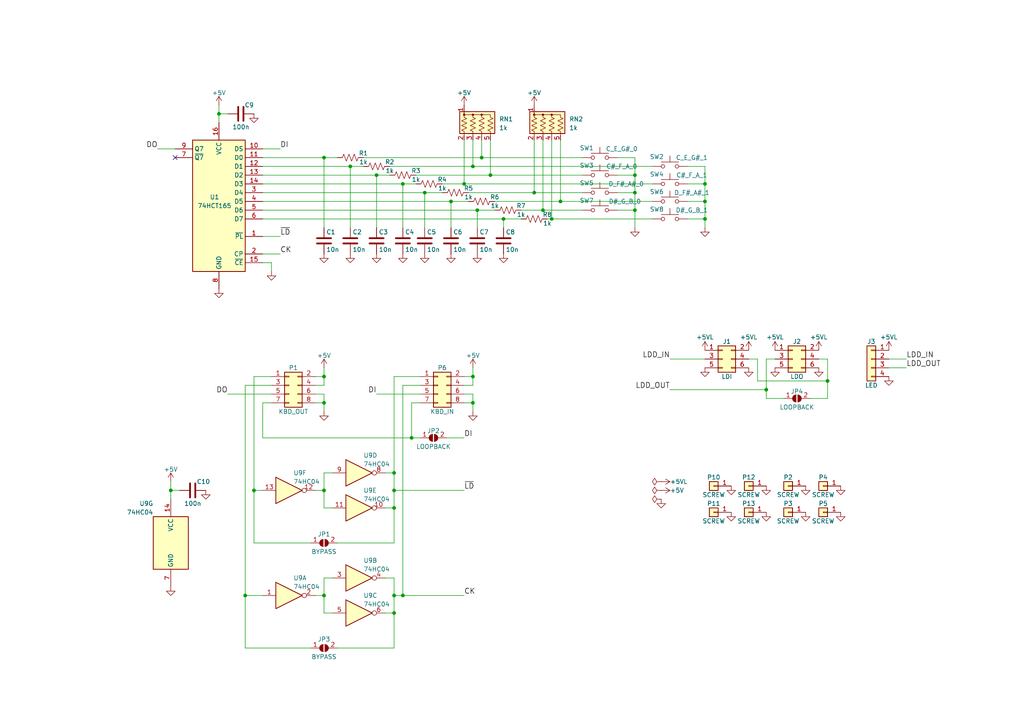
<source format=kicad_sch>
(kicad_sch (version 20211123) (generator eeschema)
  (paper "A4")
  (lib_symbols
    (symbol "74xx:74HC04"
      (property "Reference" "U" (at 0 1.27 0))
      (property "Value" "74HC04" (at 0 -1.27 0))
      (symbol "74HC04_1_0"
        (polyline (pts (xy -3.81 3.81) (xy -3.81 -3.81) (xy 3.81 0) (xy -3.81 3.81)) (stroke (width 0.254)) (fill (type background)))
        (pin input line (at -7.62 0 0) (length 3.81) (name "~") (number "1"))
        (pin output inverted (at 7.62 0 180) (length 3.81) (name "~") (number "2"))
      )
      (symbol "74HC04_2_0"
        (polyline (pts (xy -3.81 3.81) (xy -3.81 -3.81) (xy 3.81 0) (xy -3.81 3.81)) (stroke (width 0.254)) (fill (type background)))
        (pin input line (at -7.62 0 0) (length 3.81) (name "~") (number "3"))
        (pin output inverted (at 7.62 0 180) (length 3.81) (name "~") (number "4"))
      )
      (symbol "74HC04_3_0"
        (polyline (pts (xy -3.81 3.81) (xy -3.81 -3.81) (xy 3.81 0) (xy -3.81 3.81)) (stroke (width 0.254)) (fill (type background)))
        (pin input line (at -7.62 0 0) (length 3.81) (name "~") (number "5"))
        (pin output inverted (at 7.62 0 180) (length 3.81) (name "~") (number "6"))
      )
      (symbol "74HC04_4_0"
        (polyline (pts (xy -3.81 3.81) (xy -3.81 -3.81) (xy 3.81 0) (xy -3.81 3.81)) (stroke (width 0.254)) (fill (type background)))
        (pin output inverted (at 7.62 0 180) (length 3.81) (name "~") (number "8"))
        (pin input line (at -7.62 0 0) (length 3.81) (name "~") (number "9"))
      )
      (symbol "74HC04_5_0"
        (polyline (pts (xy -3.81 3.81) (xy -3.81 -3.81) (xy 3.81 0) (xy -3.81 3.81)) (stroke (width 0.254)) (fill (type background)))
        (pin output inverted (at 7.62 0 180) (length 3.81) (name "~") (number "10"))
        (pin input line (at -7.62 0 0) (length 3.81) (name "~") (number "11"))
      )
      (symbol "74HC04_6_0"
        (polyline (pts (xy -3.81 3.81) (xy -3.81 -3.81) (xy 3.81 0) (xy -3.81 3.81)) (stroke (width 0.254)) (fill (type background)))
        (pin output inverted (at 7.62 0 180) (length 3.81) (name "~") (number "12"))
        (pin input line (at -7.62 0 0) (length 3.81) (name "~") (number "13"))
      )
      (symbol "74HC04_7_0"
        (pin power_in line (at 0 12.7 270) (length 5.08) (name "VCC") (number "14"))
        (pin power_in line (at 0 -12.7 90) (length 5.08) (name "GND") (number "7"))
      )
      (symbol "74HC04_7_1"
        (rectangle (start -5.08 7.62) (end 5.08 -7.62) (stroke (width 0.254)) (fill (type background)))
      )
    )
    (symbol "74xx:74HC165"
      (property "Reference" "U" (at -7.62 19.05 0))
      (property "Value" "74HC165" (at -7.62 -21.59 0))
      (symbol "74HC165_1_0"
        (pin input line (at -12.7 -10.16 0) (length 5.08) (name "~{PL}") (number "1"))
        (pin input line (at -12.7 15.24 0) (length 5.08) (name "DS") (number "10"))
        (pin input line (at -12.7 12.7 0) (length 5.08) (name "D0") (number "11"))
        (pin input line (at -12.7 10.16 0) (length 5.08) (name "D1") (number "12"))
        (pin input line (at -12.7 7.62 0) (length 5.08) (name "D2") (number "13"))
        (pin input line (at -12.7 5.08 0) (length 5.08) (name "D3") (number "14"))
        (pin input line (at -12.7 -17.78 0) (length 5.08) (name "~{CE}") (number "15"))
        (pin power_in line (at 0 22.86 270) (length 5.08) (name "VCC") (number "16"))
        (pin input line (at -12.7 -15.24 0) (length 5.08) (name "CP") (number "2"))
        (pin input line (at -12.7 2.54 0) (length 5.08) (name "D4") (number "3"))
        (pin input line (at -12.7 0 0) (length 5.08) (name "D5") (number "4"))
        (pin input line (at -12.7 -2.54 0) (length 5.08) (name "D6") (number "5"))
        (pin input line (at -12.7 -5.08 0) (length 5.08) (name "D7") (number "6"))
        (pin output line (at 12.7 12.7 180) (length 5.08) (name "~{Q7}") (number "7"))
        (pin power_in line (at 0 -25.4 90) (length 5.08) (name "GND") (number "8"))
        (pin output line (at 12.7 15.24 180) (length 5.08) (name "Q7") (number "9"))
      )
      (symbol "74HC165_1_1"
        (rectangle (start -7.62 17.78) (end 7.62 -20.32) (stroke (width 0.254)) (fill (type background)))
      )
    )
    (symbol "Connector_Generic:Conn_01x01" (pin_names (offset 1.016) hide)
      (property "Reference" "J" (at 0 2.54 0))
      (property "Value" "Conn_01x01" (at 0 -2.54 0))
      (symbol "Conn_01x01_1_1"
        (rectangle (start -1.27 0.127) (end 0 -0.127) (stroke (width 0.1524)))
        (rectangle (start -1.27 1.27) (end 1.27 -1.27) (stroke (width 0.254)) (fill (type background)))
        (pin passive line (at -5.08 0 0) (length 3.81) (name "Pin_1") (number "1"))
      )
    )
    (symbol "Connector_Generic:Conn_01x04" (pin_names (offset 1.016) hide)
      (property "Reference" "J" (at 0 5.08 0))
      (property "Value" "Conn_01x04" (at 0 -7.62 0))
      (symbol "Conn_01x04_1_1"
        (rectangle (start -1.27 -4.953) (end 0 -5.207) (stroke (width 0.1524)))
        (rectangle (start -1.27 -2.413) (end 0 -2.667) (stroke (width 0.1524)))
        (rectangle (start -1.27 0.127) (end 0 -0.127) (stroke (width 0.1524)))
        (rectangle (start -1.27 2.667) (end 0 2.413) (stroke (width 0.1524)))
        (rectangle (start -1.27 3.81) (end 1.27 -6.35) (stroke (width 0.254)) (fill (type background)))
        (pin passive line (at -5.08 2.54 0) (length 3.81) (name "Pin_1") (number "1"))
        (pin passive line (at -5.08 0 0) (length 3.81) (name "Pin_2") (number "2"))
        (pin passive line (at -5.08 -2.54 0) (length 3.81) (name "Pin_3") (number "3"))
        (pin passive line (at -5.08 -5.08 0) (length 3.81) (name "Pin_4") (number "4"))
      )
    )
    (symbol "Connector_Generic:Conn_02x03_Odd_Even" (pin_names (offset 1.016) hide)
      (property "Reference" "J" (at 1.27 5.08 0))
      (property "Value" "Conn_02x03_Odd_Even" (at 1.27 -5.08 0))
      (symbol "Conn_02x03_Odd_Even_1_1"
        (rectangle (start -1.27 -2.413) (end 0 -2.667) (stroke (width 0.1524)))
        (rectangle (start -1.27 0.127) (end 0 -0.127) (stroke (width 0.1524)))
        (rectangle (start -1.27 2.667) (end 0 2.413) (stroke (width 0.1524)))
        (rectangle (start -1.27 3.81) (end 3.81 -3.81) (stroke (width 0.254)) (fill (type background)))
        (rectangle (start 3.81 -2.413) (end 2.54 -2.667) (stroke (width 0.1524)))
        (rectangle (start 3.81 0.127) (end 2.54 -0.127) (stroke (width 0.1524)))
        (rectangle (start 3.81 2.667) (end 2.54 2.413) (stroke (width 0.1524)))
        (pin passive line (at -5.08 2.54 0) (length 3.81) (name "Pin_1") (number "1"))
        (pin passive line (at 7.62 2.54 180) (length 3.81) (name "Pin_2") (number "2"))
        (pin passive line (at -5.08 0 0) (length 3.81) (name "Pin_3") (number "3"))
        (pin passive line (at 7.62 0 180) (length 3.81) (name "Pin_4") (number "4"))
        (pin passive line (at -5.08 -2.54 0) (length 3.81) (name "Pin_5") (number "5"))
        (pin passive line (at 7.62 -2.54 180) (length 3.81) (name "Pin_6") (number "6"))
      )
    )
    (symbol "Connector_Generic:Conn_02x04_Odd_Even" (pin_names (offset 1.016) hide)
      (property "Reference" "J" (at 1.27 5.08 0))
      (property "Value" "Conn_02x04_Odd_Even" (at 1.27 -7.62 0))
      (symbol "Conn_02x04_Odd_Even_1_1"
        (rectangle (start -1.27 -4.953) (end 0 -5.207) (stroke (width 0.1524)))
        (rectangle (start -1.27 -2.413) (end 0 -2.667) (stroke (width 0.1524)))
        (rectangle (start -1.27 0.127) (end 0 -0.127) (stroke (width 0.1524)))
        (rectangle (start -1.27 2.667) (end 0 2.413) (stroke (width 0.1524)))
        (rectangle (start -1.27 3.81) (end 3.81 -6.35) (stroke (width 0.254)) (fill (type background)))
        (rectangle (start 3.81 -4.953) (end 2.54 -5.207) (stroke (width 0.1524)))
        (rectangle (start 3.81 -2.413) (end 2.54 -2.667) (stroke (width 0.1524)))
        (rectangle (start 3.81 0.127) (end 2.54 -0.127) (stroke (width 0.1524)))
        (rectangle (start 3.81 2.667) (end 2.54 2.413) (stroke (width 0.1524)))
        (pin passive line (at -5.08 2.54 0) (length 3.81) (name "Pin_1") (number "1"))
        (pin passive line (at 7.62 2.54 180) (length 3.81) (name "Pin_2") (number "2"))
        (pin passive line (at -5.08 0 0) (length 3.81) (name "Pin_3") (number "3"))
        (pin passive line (at 7.62 0 180) (length 3.81) (name "Pin_4") (number "4"))
        (pin passive line (at -5.08 -2.54 0) (length 3.81) (name "Pin_5") (number "5"))
        (pin passive line (at 7.62 -2.54 180) (length 3.81) (name "Pin_6") (number "6"))
        (pin passive line (at -5.08 -5.08 0) (length 3.81) (name "Pin_7") (number "7"))
        (pin passive line (at 7.62 -5.08 180) (length 3.81) (name "Pin_8") (number "8"))
      )
    )
    (symbol "Device:C" (pin_numbers hide) (pin_names (offset 0.254))
      (property "Reference" "C" (at 0.635 2.54 0))
      (property "Value" "C" (at 0.635 -2.54 0))
      (symbol "C_0_1"
        (polyline (pts (xy -2.032 -0.762) (xy 2.032 -0.762)) (stroke (width 0.508)))
        (polyline (pts (xy -2.032 0.762) (xy 2.032 0.762)) (stroke (width 0.508)))
      )
      (symbol "C_1_1"
        (pin passive line (at 0 3.81 270) (length 2.794) (name "~") (number "1"))
        (pin passive line (at 0 -3.81 90) (length 2.794) (name "~") (number "2"))
      )
    )
    (symbol "Device:R_Network04_US" (pin_names (offset 0) hide)
      (property "Reference" "RN" (at -7.62 0 90))
      (property "Value" "R_Network04_US" (at 5.08 0 90))
      (symbol "R_Network04_US_0_1"
        (rectangle (start -6.35 -3.175) (end 3.81 3.175) (stroke (width 0.254)) (fill (type background)))
        (circle (center -5.08 2.286) (radius 0.254) (fill (type outline)))
        (circle (center -2.54 2.286) (radius 0.254) (fill (type outline)))
        (polyline (pts (xy -5.08 2.286) (xy 2.54 2.286)))
        (polyline (pts (xy -5.08 2.286) (xy -5.08 1.524) (xy -4.318 1.1684) (xy -5.842 0.508) (xy -4.318 -0.1524) (xy -5.842 -0.8382) (xy -4.318 -1.524) (xy -5.842 -2.1844) (xy -5.08 -2.54) (xy -5.08 -3.81)))
        (polyline (pts (xy -2.54 2.286) (xy -2.54 1.524) (xy -1.778 1.1684) (xy -3.302 0.508) (xy -1.778 -0.1524) (xy -3.302 -0.8382) (xy -1.778 -1.524) (xy -3.302 -2.1844) (xy -2.54 -2.54) (xy -2.54 -3.81)))
        (polyline (pts (xy 0 2.286) (xy 0 1.524) (xy 0.762 1.1684) (xy -0.762 0.508) (xy 0.762 -0.1524) (xy -0.762 -0.8382) (xy 0.762 -1.524) (xy -0.762 -2.1844) (xy 0 -2.54) (xy 0 -3.81)))
        (polyline (pts (xy 2.54 2.286) (xy 2.54 1.524) (xy 3.302 1.1684) (xy 1.778 0.508) (xy 3.302 -0.1524) (xy 1.778 -0.8382) (xy 3.302 -1.524) (xy 1.778 -2.1844) (xy 2.54 -2.54) (xy 2.54 -3.81)))
        (circle (center 0 2.286) (radius 0.254) (fill (type outline)))
      )
      (symbol "R_Network04_US_1_1"
        (pin passive line (at -5.08 5.08 270) (length 2.54) (name "common") (number "1"))
        (pin passive line (at -5.08 -5.08 90) (length 1.27) (name "R1") (number "2"))
        (pin passive line (at -2.54 -5.08 90) (length 1.27) (name "R2") (number "3"))
        (pin passive line (at 0 -5.08 90) (length 1.27) (name "R3") (number "4"))
        (pin passive line (at 2.54 -5.08 90) (length 1.27) (name "R4") (number "5"))
      )
    )
    (symbol "Device:R_US" (pin_numbers hide) (pin_names (offset 0))
      (property "Reference" "R" (at 2.54 0 90))
      (property "Value" "R_US" (at -2.54 0 90))
      (symbol "R_US_0_1"
        (polyline (pts (xy 0 -2.286) (xy 0 -2.54)))
        (polyline (pts (xy 0 2.286) (xy 0 2.54)))
        (polyline (pts (xy 0 -0.762) (xy 1.016 -1.143) (xy 0 -1.524) (xy -1.016 -1.905) (xy 0 -2.286)))
        (polyline (pts (xy 0 0.762) (xy 1.016 0.381) (xy 0 0) (xy -1.016 -0.381) (xy 0 -0.762)))
        (polyline (pts (xy 0 2.286) (xy 1.016 1.905) (xy 0 1.524) (xy -1.016 1.143) (xy 0 0.762)))
      )
      (symbol "R_US_1_1"
        (pin passive line (at 0 3.81 270) (length 1.27) (name "~") (number "1"))
        (pin passive line (at 0 -3.81 90) (length 1.27) (name "~") (number "2"))
      )
    )
    (symbol "Jumper:SolderJumper_2_Open" (pin_names (offset 0) hide)
      (property "Reference" "JP" (at 0 2.032 0))
      (property "Value" "SolderJumper_2_Open" (at 0 -2.54 0))
      (symbol "SolderJumper_2_Open_0_1"
        (arc (start -0.254 1.016) (mid -1.27 0) (end -0.254 -1.016))
        (arc (start -0.254 1.016) (mid -1.27 0) (end -0.254 -1.016) (fill (type outline)))
        (polyline (pts (xy -0.254 1.016) (xy -0.254 -1.016)))
        (polyline (pts (xy 0.254 1.016) (xy 0.254 -1.016)))
        (arc (start 0.254 -1.016) (mid 1.27 0) (end 0.254 1.016))
        (arc (start 0.254 -1.016) (mid 1.27 0) (end 0.254 1.016) (fill (type outline)))
      )
      (symbol "SolderJumper_2_Open_1_1"
        (pin passive line (at -3.81 0 0) (length 2.54) (name "A") (number "1"))
        (pin passive line (at 3.81 0 180) (length 2.54) (name "B") (number "2"))
      )
    )
    (symbol "Switch:SW_Push" (pin_numbers hide) (pin_names (offset 1.016) hide)
      (property "Reference" "SW" (at 1.27 2.54 0))
      (property "Value" "SW_Push" (at 0 -1.524 0))
      (symbol "SW_Push_0_1"
        (circle (center -2.032 0) (radius 0.508))
        (polyline (pts (xy 0 1.27) (xy 0 3.048)))
        (polyline (pts (xy 2.54 1.27) (xy -2.54 1.27)))
        (circle (center 2.032 0) (radius 0.508))
        (pin passive line (at -5.08 0 0) (length 2.54) (name "1") (number "1"))
        (pin passive line (at 5.08 0 180) (length 2.54) (name "2") (number "2"))
      )
    )
    (symbol "power:+5V" (power) (pin_names (offset 0))
      (property "Value" "+5V" (at 0 3.556 0))
      (symbol "+5V_0_1"
        (polyline (pts (xy -0.762 1.27) (xy 0 2.54)))
        (polyline (pts (xy 0 0) (xy 0 2.54)))
        (polyline (pts (xy 0 2.54) (xy 0.762 1.27)))
      )
      (symbol "+5V_1_1"
        (pin power_in line (at 0 0 90) (length 0) hide (name "+5V") (number "1"))
      )
    )
    (symbol "power:+5VL" (power) (pin_names (offset 0))
      (property "Value" "+5VL" (at 0 3.556 0))
      (symbol "+5VL_0_1"
        (polyline (pts (xy -0.762 1.27) (xy 0 2.54)))
        (polyline (pts (xy 0 0) (xy 0 2.54)))
        (polyline (pts (xy 0 2.54) (xy 0.762 1.27)))
      )
      (symbol "+5VL_1_1"
        (pin power_in line (at 0 0 90) (length 0) hide (name "+5VL") (number "1"))
      )
    )
    (symbol "power:GND" (power) (pin_names (offset 0))
      (property "Value" "GND" (at 0 -3.81 0))
      (symbol "GND_0_1"
        (polyline (pts (xy 0 0) (xy 0 -1.27) (xy 1.27 -1.27) (xy 0 -2.54) (xy -1.27 -1.27) (xy 0 -1.27)))
      )
      (symbol "GND_1_1"
        (pin power_in line (at 0 0 270) (length 0) hide (name "GND") (number "1"))
      )
    )
    (symbol "power:PWR_FLAG" (power) (pin_numbers hide) (pin_names (offset 0) hide)
      (property "Value" "PWR_FLAG" (at 0 3.81 0))
      (symbol "PWR_FLAG_0_0"
        (pin power_out line (at 0 0 90) (length 0) (name "pwr") (number "1"))
      )
      (symbol "PWR_FLAG_0_1"
        (polyline (pts (xy 0 0) (xy 0 1.27) (xy -1.016 1.905) (xy 0 2.54) (xy 1.016 1.905) (xy 0 1.27)))
      )
    )
  )
  (junction (at 184.15 55.88))
  (junction (at 114.3 147.32))
  (junction (at 157.48 60.96))
  (junction (at 123.19 55.88))
  (junction (at 93.98 172.72))
  (junction (at 116.84 172.72))
  (junction (at 162.56 58.42))
  (junction (at 73.66 142.24))
  (junction (at 71.12 172.72))
  (junction (at 63.5 33.02))
  (junction (at 138.43 60.96))
  (junction (at 142.24 50.8))
  (junction (at 137.16 109.22))
  (junction (at 137.16 116.84))
  (junction (at 137.16 48.26))
  (junction (at 204.47 63.5))
  (junction (at 116.84 53.34))
  (junction (at 114.3 177.8))
  (junction (at 93.98 116.84))
  (junction (at 101.6 48.26))
  (junction (at 204.47 53.34))
  (junction (at 240.03 110.49))
  (junction (at 139.7 45.72))
  (junction (at 109.22 50.8))
  (junction (at 130.81 58.42))
  (junction (at 119.38 127))
  (junction (at 93.98 109.22))
  (junction (at 204.47 58.42))
  (junction (at 160.02 63.5))
  (junction (at 93.98 142.24))
  (junction (at 184.15 60.96))
  (junction (at 93.98 45.72))
  (junction (at 134.62 53.34))
  (junction (at 49.53 142.24))
  (junction (at 146.05 63.5))
  (junction (at 184.15 50.8))
  (junction (at 222.25 113.03))
  (junction (at 114.3 137.16))
  (junction (at 114.3 172.72))
  (junction (at 114.3 142.24))
  (junction (at 154.94 55.88))
  (no_connect (at 50.8 45.72))
  (wire (pts (xy 184.15 50.8) (xy 184.15 55.88)))
  (wire (pts (xy 219.71 110.49) (xy 240.03 110.49)))
  (wire (pts (xy 114.3 172.72) (xy 114.3 177.8)))
  (wire (pts (xy 119.38 127) (xy 121.92 127)))
  (wire (pts (xy 76.2 116.84) (xy 76.2 127)))
  (wire (pts (xy 194.31 104.14) (xy 204.47 104.14)))
  (wire (pts (xy 138.43 66.04) (xy 138.43 60.96)))
  (wire (pts (xy 71.12 187.96) (xy 71.12 172.72)))
  (wire (pts (xy 135.89 55.88) (xy 154.94 55.88)))
  (wire (pts (xy 179.07 50.8) (xy 184.15 50.8)))
  (wire (pts (xy 109.22 66.04) (xy 109.22 50.8)))
  (wire (pts (xy 73.66 157.48) (xy 73.66 142.24)))
  (wire (pts (xy 76.2 53.34) (xy 116.84 53.34)))
  (wire (pts (xy 116.84 111.76) (xy 121.92 111.76)))
  (wire (pts (xy 158.75 63.5) (xy 160.02 63.5)))
  (wire (pts (xy 114.3 142.24) (xy 134.62 142.24)))
  (wire (pts (xy 78.74 116.84) (xy 76.2 116.84)))
  (wire (pts (xy 119.38 127) (xy 119.38 116.84)))
  (wire (pts (xy 162.56 40.64) (xy 162.56 58.42)))
  (wire (pts (xy 114.3 147.32) (xy 114.3 157.48)))
  (wire (pts (xy 123.19 55.88) (xy 128.27 55.88)))
  (wire (pts (xy 240.03 104.14) (xy 240.03 110.49)))
  (wire (pts (xy 139.7 45.72) (xy 168.91 45.72)))
  (wire (pts (xy 63.5 30.48) (xy 63.5 33.02)))
  (wire (pts (xy 114.3 187.96) (xy 114.3 177.8)))
  (wire (pts (xy 63.5 33.02) (xy 63.5 35.56)))
  (wire (pts (xy 91.44 109.22) (xy 93.98 109.22)))
  (wire (pts (xy 138.43 60.96) (xy 143.51 60.96)))
  (wire (pts (xy 73.66 109.22) (xy 78.74 109.22)))
  (wire (pts (xy 90.17 187.96) (xy 71.12 187.96)))
  (wire (pts (xy 76.2 127) (xy 119.38 127)))
  (wire (pts (xy 222.25 104.14) (xy 224.79 104.14)))
  (wire (pts (xy 179.07 55.88) (xy 184.15 55.88)))
  (wire (pts (xy 116.84 53.34) (xy 120.65 53.34)))
  (wire (pts (xy 162.56 58.42) (xy 189.23 58.42)))
  (wire (pts (xy 179.07 60.96) (xy 184.15 60.96)))
  (wire (pts (xy 91.44 114.3) (xy 93.98 114.3)))
  (wire (pts (xy 90.17 157.48) (xy 73.66 157.48)))
  (wire (pts (xy 157.48 40.64) (xy 157.48 60.96)))
  (wire (pts (xy 137.16 109.22) (xy 137.16 106.68)))
  (wire (pts (xy 151.13 60.96) (xy 157.48 60.96)))
  (wire (pts (xy 114.3 137.16) (xy 114.3 109.22)))
  (wire (pts (xy 93.98 142.24) (xy 93.98 137.16)))
  (wire (pts (xy 179.07 45.72) (xy 184.15 45.72)))
  (wire (pts (xy 114.3 142.24) (xy 114.3 147.32)))
  (wire (pts (xy 93.98 147.32) (xy 93.98 142.24)))
  (wire (pts (xy 76.2 60.96) (xy 138.43 60.96)))
  (wire (pts (xy 93.98 116.84) (xy 93.98 119.38)))
  (wire (pts (xy 123.19 66.04) (xy 123.19 55.88)))
  (wire (pts (xy 121.92 116.84) (xy 119.38 116.84)))
  (wire (pts (xy 93.98 177.8) (xy 96.52 177.8)))
  (wire (pts (xy 49.53 139.7) (xy 49.53 142.24)))
  (wire (pts (xy 97.79 187.96) (xy 114.3 187.96)))
  (wire (pts (xy 137.16 111.76) (xy 137.16 109.22)))
  (wire (pts (xy 116.84 172.72) (xy 116.84 111.76)))
  (wire (pts (xy 101.6 66.04) (xy 101.6 48.26)))
  (wire (pts (xy 240.03 104.14) (xy 237.49 104.14)))
  (wire (pts (xy 184.15 45.72) (xy 184.15 50.8)))
  (wire (pts (xy 73.66 109.22) (xy 73.66 142.24)))
  (wire (pts (xy 114.3 109.22) (xy 121.92 109.22)))
  (wire (pts (xy 91.44 111.76) (xy 93.98 111.76)))
  (wire (pts (xy 76.2 55.88) (xy 123.19 55.88)))
  (wire (pts (xy 78.74 111.76) (xy 71.12 111.76)))
  (wire (pts (xy 101.6 48.26) (xy 105.41 48.26)))
  (wire (pts (xy 219.71 104.14) (xy 219.71 110.49)))
  (wire (pts (xy 139.7 40.64) (xy 139.7 45.72)))
  (wire (pts (xy 63.5 33.02) (xy 66.04 33.02)))
  (wire (pts (xy 142.24 50.8) (xy 168.91 50.8)))
  (wire (pts (xy 78.74 76.2) (xy 78.74 78.74)))
  (wire (pts (xy 105.41 45.72) (xy 139.7 45.72)))
  (wire (pts (xy 204.47 58.42) (xy 204.47 63.5)))
  (wire (pts (xy 204.47 48.26) (xy 204.47 53.34)))
  (wire (pts (xy 111.76 167.64) (xy 114.3 167.64)))
  (wire (pts (xy 50.8 43.18) (xy 45.72 43.18)))
  (wire (pts (xy 199.39 53.34) (xy 204.47 53.34)))
  (wire (pts (xy 114.3 167.64) (xy 114.3 172.72)))
  (wire (pts (xy 137.16 114.3) (xy 137.16 116.84)))
  (wire (pts (xy 78.74 114.3) (xy 66.04 114.3)))
  (wire (pts (xy 234.95 115.57) (xy 240.03 115.57)))
  (wire (pts (xy 134.62 114.3) (xy 137.16 114.3)))
  (wire (pts (xy 91.44 172.72) (xy 93.98 172.72)))
  (wire (pts (xy 134.62 53.34) (xy 189.23 53.34)))
  (wire (pts (xy 240.03 110.49) (xy 240.03 115.57)))
  (wire (pts (xy 76.2 50.8) (xy 109.22 50.8)))
  (wire (pts (xy 114.3 157.48) (xy 97.79 157.48)))
  (wire (pts (xy 204.47 63.5) (xy 204.47 66.04)))
  (wire (pts (xy 109.22 50.8) (xy 113.03 50.8)))
  (wire (pts (xy 76.2 45.72) (xy 93.98 45.72)))
  (wire (pts (xy 93.98 147.32) (xy 96.52 147.32)))
  (wire (pts (xy 137.16 116.84) (xy 137.16 119.38)))
  (wire (pts (xy 49.53 142.24) (xy 49.53 144.78)))
  (wire (pts (xy 194.31 113.03) (xy 222.25 113.03)))
  (wire (pts (xy 71.12 172.72) (xy 71.12 111.76)))
  (wire (pts (xy 199.39 48.26) (xy 204.47 48.26)))
  (wire (pts (xy 128.27 53.34) (xy 134.62 53.34)))
  (wire (pts (xy 113.03 48.26) (xy 137.16 48.26)))
  (wire (pts (xy 91.44 116.84) (xy 93.98 116.84)))
  (wire (pts (xy 93.98 45.72) (xy 97.79 45.72)))
  (wire (pts (xy 134.62 116.84) (xy 137.16 116.84)))
  (wire (pts (xy 154.94 40.64) (xy 154.94 55.88)))
  (wire (pts (xy 222.25 113.03) (xy 222.25 104.14)))
  (wire (pts (xy 257.81 106.68) (xy 262.89 106.68)))
  (wire (pts (xy 199.39 58.42) (xy 204.47 58.42)))
  (wire (pts (xy 129.54 127) (xy 134.62 127)))
  (wire (pts (xy 121.92 114.3) (xy 109.22 114.3)))
  (wire (pts (xy 76.2 63.5) (xy 146.05 63.5)))
  (wire (pts (xy 137.16 40.64) (xy 137.16 48.26)))
  (wire (pts (xy 157.48 60.96) (xy 168.91 60.96)))
  (wire (pts (xy 134.62 109.22) (xy 137.16 109.22)))
  (wire (pts (xy 76.2 172.72) (xy 71.12 172.72)))
  (wire (pts (xy 93.98 109.22) (xy 93.98 106.68)))
  (wire (pts (xy 114.3 172.72) (xy 116.84 172.72)))
  (wire (pts (xy 204.47 53.34) (xy 204.47 58.42)))
  (wire (pts (xy 93.98 66.04) (xy 93.98 45.72)))
  (wire (pts (xy 134.62 111.76) (xy 137.16 111.76)))
  (wire (pts (xy 93.98 137.16) (xy 96.52 137.16)))
  (wire (pts (xy 116.84 172.72) (xy 134.62 172.72)))
  (wire (pts (xy 130.81 66.04) (xy 130.81 58.42)))
  (wire (pts (xy 142.24 40.64) (xy 142.24 50.8)))
  (wire (pts (xy 96.52 167.64) (xy 93.98 167.64)))
  (wire (pts (xy 184.15 60.96) (xy 184.15 66.04)))
  (wire (pts (xy 76.2 58.42) (xy 130.81 58.42)))
  (wire (pts (xy 76.2 68.58) (xy 81.28 68.58)))
  (wire (pts (xy 116.84 66.04) (xy 116.84 53.34)))
  (wire (pts (xy 146.05 63.5) (xy 151.13 63.5)))
  (wire (pts (xy 114.3 177.8) (xy 111.76 177.8)))
  (wire (pts (xy 222.25 115.57) (xy 227.33 115.57)))
  (wire (pts (xy 91.44 142.24) (xy 93.98 142.24)))
  (wire (pts (xy 222.25 113.03) (xy 222.25 115.57)))
  (wire (pts (xy 76.2 48.26) (xy 101.6 48.26)))
  (wire (pts (xy 76.2 43.18) (xy 81.28 43.18)))
  (wire (pts (xy 76.2 73.66) (xy 81.28 73.66)))
  (wire (pts (xy 184.15 55.88) (xy 184.15 60.96)))
  (wire (pts (xy 160.02 40.64) (xy 160.02 63.5)))
  (wire (pts (xy 93.98 167.64) (xy 93.98 172.72)))
  (wire (pts (xy 160.02 63.5) (xy 189.23 63.5)))
  (wire (pts (xy 199.39 63.5) (xy 204.47 63.5)))
  (wire (pts (xy 93.98 111.76) (xy 93.98 109.22)))
  (wire (pts (xy 154.94 55.88) (xy 168.91 55.88)))
  (wire (pts (xy 111.76 147.32) (xy 114.3 147.32)))
  (wire (pts (xy 114.3 137.16) (xy 114.3 142.24)))
  (wire (pts (xy 111.76 137.16) (xy 114.3 137.16)))
  (wire (pts (xy 73.66 142.24) (xy 76.2 142.24)))
  (wire (pts (xy 146.05 66.04) (xy 146.05 63.5)))
  (wire (pts (xy 120.65 50.8) (xy 142.24 50.8)))
  (wire (pts (xy 93.98 172.72) (xy 93.98 177.8)))
  (wire (pts (xy 49.53 142.24) (xy 52.07 142.24)))
  (wire (pts (xy 130.81 58.42) (xy 135.89 58.42)))
  (wire (pts (xy 76.2 76.2) (xy 78.74 76.2)))
  (wire (pts (xy 143.51 58.42) (xy 162.56 58.42)))
  (wire (pts (xy 137.16 48.26) (xy 189.23 48.26)))
  (wire (pts (xy 217.17 104.14) (xy 219.71 104.14)))
  (wire (pts (xy 257.81 104.14) (xy 262.89 104.14)))
  (wire (pts (xy 93.98 114.3) (xy 93.98 116.84)))
  (wire (pts (xy 134.62 40.64) (xy 134.62 53.34)))
  (label "LDD_IN" (at 194.31 104.14 180) (effects (font (size 1.524 1.524))))
  (label "LDD_IN" (at 262.89 104.14 0) (effects (font (size 1.524 1.524))))
  (label "LDD_OUT" (at 262.89 106.68 0) (effects (font (size 1.524 1.524))))
  (label "~{LD}" (at 81.28 68.58 0) (effects (font (size 1.524 1.524))))
  (label "DI" (at 81.28 43.18 0) (effects (font (size 1.524 1.524))))
  (label "DI" (at 109.22 114.3 180) (effects (font (size 1.524 1.524))))
  (label "DI" (at 134.62 127 0) (effects (font (size 1.524 1.524))))
  (label "LDD_OUT" (at 194.31 113.03 180) (effects (font (size 1.524 1.524))))
  (label "~{LD}" (at 134.62 142.24 0) (effects (font (size 1.524 1.524))))
  (label "DO" (at 66.04 114.3 180) (effects (font (size 1.524 1.524))))
  (label "CK" (at 134.62 172.72 0) (effects (font (size 1.524 1.524))))
  (label "CK" (at 81.28 73.66 0) (effects (font (size 1.524 1.524))))
  (label "DO" (at 45.72 43.18 180) (effects (font (size 1.524 1.524))))
  (symbol (lib_id "power:+5V") (at 93.98 106.68 0) (unit 1)
    (property "Reference" "#PWR01" (effects hide))
    (property "Value" "+5V" (at 93.98 103.124 0))
  )
  (symbol (lib_id "power:+5V") (at 137.16 106.68 0) (unit 1)
    (property "Reference" "#PWR02" (effects hide))
    (property "Value" "+5V" (at 137.16 103.124 0))
  )
  (symbol (lib_id "power:GND") (at 93.98 119.38 0) (unit 1)
    (property "Reference" "#PWR03" (effects hide))
    (property "Value" "GND" (effects hide))
  )
  (symbol (lib_id "power:GND") (at 137.16 119.38 0) (unit 1)
    (property "Reference" "#PWR04" (effects hide))
    (property "Value" "GND" (effects hide))
  )
  (symbol (lib_id "Connector_Generic:Conn_02x04_Odd_Even") (at 83.82 111.76 0) (unit 1)
    (property "Reference" "P1" (at 85.09 106.68 0))
    (property "Value" "KBD_OUT" (at 85.09 119.38 0))
    (property "Footprint" "Connector_PinHeader_2.54mm:PinHeader_2x04_P2.54mm_Vertical" (effects hide))
  )
  (symbol (lib_id "Connector_Generic:Conn_02x04_Odd_Even") (at 127 111.76 0) (unit 1)
    (property "Reference" "P6" (at 128.27 106.68 0))
    (property "Value" "KBD_IN" (at 128.27 119.38 0))
    (property "Footprint" "Connector_PinHeader_2.54mm:PinHeader_2x04_P2.54mm_Vertical" (effects hide))
  )
  (symbol (lib_id "74xx:74HC165") (at 63.5 58.42 0) (mirror y) (unit 1)
    (property "Reference" "U1" (at 62.23 57.15 0))
    (property "Value" "74HCT165" (at 62.23 59.69 0))
    (property "Footprint" "Package_DIP:DIP-16_W7.62mm" (effects hide))
    (property "Datasheet" "https://assets.nexperia.com/documents/data-sheet/74HC_HCT165.pdf" (effects hide))
  )
  (symbol (lib_id "power:GND") (at 78.74 78.74 0) (unit 1)
    (property "Reference" "#PWR05" (effects hide))
    (property "Value" "GND" (effects hide))
  )
  (symbol (lib_id "Switch:SW_Push") (at 173.99 45.72 0) (mirror y) (unit 1)
    (property "Reference" "SW1" (at 170.18 42.926 0))
    (property "Value" "C_E_G#_0" (at 180.34 43.18 0))
    (property "Footprint" "Button_Switch_THT:SW_PUSH-12mm" (effects hide))
  )
  (symbol (lib_id "Jumper:SolderJumper_2_Open") (at 125.73 127 0) (unit 1)
    (property "Reference" "JP2" (at 125.73 124.968 0))
    (property "Value" "LOOPBACK" (at 125.73 129.54 0))
    (property "Footprint" "Jumper:SolderJumper-2_P1.3mm_Open_Pad1.0x1.5mm" (effects hide))
  )
  (symbol (lib_id "Device:R_US") (at 154.94 63.5 270) (unit 1)
    (property "Reference" "R8" (at 158.75 62.23 90))
    (property "Value" "1k" (at 158.75 64.77 90))
    (property "Footprint" "Resistor_THT:R_Axial_DIN0204_L3.6mm_D1.6mm_P2.54mm_Vertical" (effects hide))
  )
  (symbol (lib_id "Device:C") (at 93.98 69.85 0) (unit 1)
    (property "Reference" "C1" (at 94.615 67.31 0) (effects (justify left)))
    (property "Value" "10n" (at 94.615 72.39 0) (effects (justify left)))
    (property "Footprint" "Capacitor_THT:C_Disc_D3.0mm_W1.6mm_P2.50mm" (effects hide))
  )
  (symbol (lib_id "Device:C") (at 101.6 69.85 0) (unit 1)
    (property "Reference" "C2" (at 102.235 67.31 0) (effects (justify left)))
    (property "Value" "10n" (at 102.235 72.39 0) (effects (justify left)))
    (property "Footprint" "Capacitor_THT:C_Disc_D3.0mm_W1.6mm_P2.50mm" (effects hide))
  )
  (symbol (lib_id "Device:C") (at 109.22 69.85 0) (unit 1)
    (property "Reference" "C3" (at 109.855 67.31 0) (effects (justify left)))
    (property "Value" "10n" (at 109.855 72.39 0) (effects (justify left)))
    (property "Footprint" "Capacitor_THT:C_Disc_D3.0mm_W1.6mm_P2.50mm" (effects hide))
  )
  (symbol (lib_id "Device:C") (at 116.84 69.85 0) (unit 1)
    (property "Reference" "C4" (at 117.475 67.31 0) (effects (justify left)))
    (property "Value" "10n" (at 117.475 72.39 0) (effects (justify left)))
    (property "Footprint" "Capacitor_THT:C_Disc_D3.0mm_W1.6mm_P2.50mm" (effects hide))
  )
  (symbol (lib_id "Device:C") (at 123.19 69.85 0) (unit 1)
    (property "Reference" "C5" (at 123.825 67.31 0) (effects (justify left)))
    (property "Value" "10n" (at 123.825 72.39 0) (effects (justify left)))
    (property "Footprint" "Capacitor_THT:C_Disc_D3.0mm_W1.6mm_P2.50mm" (effects hide))
  )
  (symbol (lib_id "Device:C") (at 130.81 69.85 0) (unit 1)
    (property "Reference" "C6" (at 131.445 67.31 0) (effects (justify left)))
    (property "Value" "10n" (at 131.445 72.39 0) (effects (justify left)))
    (property "Footprint" "Capacitor_THT:C_Disc_D3.0mm_W1.6mm_P2.50mm" (effects hide))
  )
  (symbol (lib_id "Device:C") (at 138.43 69.85 0) (unit 1)
    (property "Reference" "C7" (at 139.065 67.31 0) (effects (justify left)))
    (property "Value" "10n" (at 139.065 72.39 0) (effects (justify left)))
    (property "Footprint" "Capacitor_THT:C_Disc_D3.0mm_W1.6mm_P2.50mm" (effects hide))
  )
  (symbol (lib_id "Device:C") (at 146.05 69.85 0) (unit 1)
    (property "Reference" "C8" (at 146.685 67.31 0) (effects (justify left)))
    (property "Value" "10n" (at 146.685 72.39 0) (effects (justify left)))
    (property "Footprint" "Capacitor_THT:C_Disc_D3.0mm_W1.6mm_P2.50mm" (effects hide))
  )
  (symbol (lib_id "Device:R_US") (at 147.32 60.96 270) (unit 1)
    (property "Reference" "R7" (at 151.13 59.69 90))
    (property "Value" "1k" (at 151.13 62.23 90))
    (property "Footprint" "Resistor_THT:R_Axial_DIN0204_L3.6mm_D1.6mm_P2.54mm_Vertical" (effects hide))
  )
  (symbol (lib_id "Device:R_US") (at 139.7 58.42 270) (unit 1)
    (property "Reference" "R6" (at 143.51 57.15 90))
    (property "Value" "1k" (at 143.51 59.69 90))
    (property "Footprint" "Resistor_THT:R_Axial_DIN0204_L3.6mm_D1.6mm_P2.54mm_Vertical" (effects hide))
  )
  (symbol (lib_id "Device:R_US") (at 132.08 55.88 270) (unit 1)
    (property "Reference" "R5" (at 135.89 54.61 90))
    (property "Value" "1k" (at 135.89 57.15 90))
    (property "Footprint" "Resistor_THT:R_Axial_DIN0204_L3.6mm_D1.6mm_P2.54mm_Vertical" (effects hide))
  )
  (symbol (lib_id "Device:R_US") (at 124.46 53.34 270) (unit 1)
    (property "Reference" "R4" (at 128.27 52.07 90))
    (property "Value" "1k" (at 128.27 54.61 90))
    (property "Footprint" "Resistor_THT:R_Axial_DIN0204_L3.6mm_D1.6mm_P2.54mm_Vertical" (effects hide))
  )
  (symbol (lib_id "Device:R_US") (at 116.84 50.8 270) (unit 1)
    (property "Reference" "R3" (at 120.65 49.53 90))
    (property "Value" "1k" (at 120.65 52.07 90))
    (property "Footprint" "Resistor_THT:R_Axial_DIN0204_L3.6mm_D1.6mm_P2.54mm_Vertical" (effects hide))
  )
  (symbol (lib_id "Device:R_US") (at 109.22 48.26 270) (unit 1)
    (property "Reference" "R2" (at 113.03 46.99 90))
    (property "Value" "1k" (at 113.03 49.53 90))
    (property "Footprint" "Resistor_THT:R_Axial_DIN0204_L3.6mm_D1.6mm_P2.54mm_Vertical" (effects hide))
  )
  (symbol (lib_id "Device:R_US") (at 101.6 45.72 270) (unit 1)
    (property "Reference" "R1" (at 105.41 44.45 90))
    (property "Value" "1k" (at 105.41 46.99 90))
    (property "Footprint" "Resistor_THT:R_Axial_DIN0204_L3.6mm_D1.6mm_P2.54mm_Vertical" (effects hide))
  )
  (symbol (lib_id "power:GND") (at 146.05 73.66 0) (unit 1)
    (property "Reference" "#PWR06" (effects hide))
    (property "Value" "GND" (effects hide))
  )
  (symbol (lib_id "power:GND") (at 93.98 73.66 0) (unit 1)
    (property "Reference" "#PWR07" (effects hide))
    (property "Value" "GND" (effects hide))
  )
  (symbol (lib_id "power:GND") (at 101.6 73.66 0) (unit 1)
    (property "Reference" "#PWR08" (effects hide))
    (property "Value" "GND" (effects hide))
  )
  (symbol (lib_id "power:GND") (at 109.22 73.66 0) (unit 1)
    (property "Reference" "#PWR09" (effects hide))
    (property "Value" "GND" (effects hide))
  )
  (symbol (lib_id "power:GND") (at 116.84 73.66 0) (unit 1)
    (property "Reference" "#PWR010" (effects hide))
    (property "Value" "GND" (effects hide))
  )
  (symbol (lib_id "power:GND") (at 123.19 73.66 0) (unit 1)
    (property "Reference" "#PWR011" (effects hide))
    (property "Value" "GND" (effects hide))
  )
  (symbol (lib_id "power:GND") (at 130.81 73.66 0) (unit 1)
    (property "Reference" "#PWR012" (effects hide))
    (property "Value" "GND" (effects hide))
  )
  (symbol (lib_id "power:GND") (at 138.43 73.66 0) (unit 1)
    (property "Reference" "#PWR013" (effects hide))
    (property "Value" "GND" (effects hide))
  )
  (symbol (lib_id "Switch:SW_Push") (at 173.99 50.8 0) (mirror y) (unit 1)
    (property "Reference" "SW3" (at 170.18 48.006 0))
    (property "Value" "C#_F_A_0" (at 180.34 48.26 0))
    (property "Footprint" "Button_Switch_THT:SW_PUSH-12mm" (effects hide))
  )
  (symbol (lib_id "Switch:SW_Push") (at 173.99 55.88 0) (mirror y) (unit 1)
    (property "Reference" "SW5" (at 170.18 53.086 0))
    (property "Value" "D_F#_A#_0" (at 181.61 53.34 0))
    (property "Footprint" "Button_Switch_THT:SW_PUSH-12mm" (effects hide))
  )
  (symbol (lib_id "Switch:SW_Push") (at 173.99 60.96 0) (mirror y) (unit 1)
    (property "Reference" "SW7" (at 170.18 58.166 0))
    (property "Value" "D#_G_B_0" (at 176.53 58.42 0) (effects (justify right)))
    (property "Footprint" "Button_Switch_THT:SW_PUSH-12mm" (effects hide))
  )
  (symbol (lib_id "Switch:SW_Push") (at 194.31 48.26 0) (mirror y) (unit 1)
    (property "Reference" "SW2" (at 190.5 45.466 0))
    (property "Value" "C_E_G#_1" (at 200.66 45.72 0))
    (property "Footprint" "Button_Switch_THT:SW_PUSH-12mm" (effects hide))
  )
  (symbol (lib_id "Switch:SW_Push") (at 194.31 53.34 0) (mirror y) (unit 1)
    (property "Reference" "SW4" (at 190.5 50.546 0))
    (property "Value" "C#_F_A_1" (at 200.66 50.8 0))
    (property "Footprint" "Button_Switch_THT:SW_PUSH-12mm" (effects hide))
  )
  (symbol (lib_id "Switch:SW_Push") (at 194.31 58.42 0) (mirror y) (unit 1)
    (property "Reference" "SW6" (at 190.5 55.626 0))
    (property "Value" "D_F#_A#_1" (at 200.66 55.88 0))
    (property "Footprint" "Button_Switch_THT:SW_PUSH-12mm" (effects hide))
  )
  (symbol (lib_id "Switch:SW_Push") (at 194.31 63.5 0) (mirror y) (unit 1)
    (property "Reference" "SW8" (at 190.5 60.706 0))
    (property "Value" "D#_G_B_1" (at 200.66 60.96 0))
    (property "Footprint" "Button_Switch_THT:SW_PUSH-12mm" (effects hide))
  )
  (symbol (lib_id "Device:C") (at 69.85 33.02 90) (unit 1)
    (property "Reference" "C9" (at 73.66 30.48 90) (effects (justify left)))
    (property "Value" "100n" (at 72.39 36.83 90) (effects (justify left)))
    (property "Footprint" "Capacitor_THT:C_Disc_D3.0mm_W1.6mm_P2.50mm" (effects hide))
  )
  (symbol (lib_id "power:GND") (at 73.66 33.02 0) (unit 1)
    (property "Reference" "#PWR023" (effects hide))
    (property "Value" "GND" (effects hide))
  )
  (symbol (lib_id "power:PWR_FLAG") (at 191.77 142.24 90) (unit 1)
    (property "Reference" "#FLG028" (effects hide))
    (property "Value" "PWR_FLAG" (effects hide))
  )
  (symbol (lib_id "power:+5V") (at 191.77 142.24 270) (unit 1)
    (property "Reference" "#PWR029" (effects hide))
    (property "Value" "+5V" (at 194.31 142.24 90) (effects (justify left)))
  )
  (symbol (lib_id "power:PWR_FLAG") (at 191.77 144.78 90) (unit 1)
    (property "Reference" "#FLG030" (effects hide))
    (property "Value" "PWR_FLAG" (effects hide))
  )
  (symbol (lib_id "power:GND") (at 191.77 144.78 0) (unit 1)
    (property "Reference" "#PWR031" (effects hide))
    (property "Value" "GND" (effects hide))
  )
  (symbol (lib_id "Connector_Generic:Conn_01x01") (at 207.01 140.97 0) (mirror y) (unit 1)
    (property "Reference" "P10" (at 207.01 138.43 0))
    (property "Value" "SCREW" (at 207.01 143.51 0))
    (property "Footprint" "MountingHole:MountingHole_3.5mm_Pad" (effects hide))
  )
  (symbol (lib_id "Connector_Generic:Conn_01x01") (at 217.17 140.97 0) (mirror y) (unit 1)
    (property "Reference" "P12" (at 217.17 138.43 0))
    (property "Value" "SCREW" (at 217.17 143.51 0))
    (property "Footprint" "MountingHole:MountingHole_3.5mm_Pad" (effects hide))
  )
  (symbol (lib_id "Connector_Generic:Conn_01x01") (at 207.01 148.59 0) (mirror y) (unit 1)
    (property "Reference" "P11" (at 207.01 146.05 0))
    (property "Value" "SCREW" (at 207.01 151.13 0))
    (property "Footprint" "MountingHole:MountingHole_3.5mm_Pad" (effects hide))
  )
  (symbol (lib_id "Connector_Generic:Conn_01x01") (at 217.17 148.59 0) (mirror y) (unit 1)
    (property "Reference" "P13" (at 217.17 146.05 0))
    (property "Value" "SCREW" (at 217.17 151.13 0))
    (property "Footprint" "MountingHole:MountingHole_3.5mm_Pad" (effects hide))
  )
  (symbol (lib_id "power:GND") (at 63.5 83.82 0) (unit 1)
    (property "Reference" "#PWR027" (effects hide))
    (property "Value" "GND" (effects hide))
  )
  (symbol (lib_id "power:+5V") (at 63.5 30.48 0) (unit 1)
    (property "Reference" "#PWR032" (effects hide))
    (property "Value" "+5V" (at 63.5 26.924 0))
  )
  (symbol (lib_id "power:GND") (at 257.81 109.22 0) (unit 1)
    (property "Reference" "#PWR015" (effects hide))
    (property "Value" "GND" (effects hide))
  )
  (symbol (lib_id "74xx:74HC04") (at 83.82 172.72 0) (unit 1)
    (property "Reference" "U9" (at 85.09 167.64 0) (effects (justify left)))
    (property "Value" "74HC04" (at 85.09 170.18 0) (effects (justify left)))
    (property "Footprint" "Package_DIP:DIP-14_W7.62mm" (effects hide))
    (property "Datasheet" "https://assets.nexperia.com/documents/data-sheet/74HC_HCT04.pdf" (effects hide))
  )
  (symbol (lib_id "power:+5V") (at 154.94 30.48 0) (unit 1)
    (property "Reference" "#PWR0101" (effects hide))
    (property "Value" "+5V" (at 154.94 26.924 0))
  )
  (symbol (lib_id "power:GND") (at 224.79 106.68 0) (unit 1)
    (property "Reference" "#PWR057" (effects hide))
    (property "Value" "GND" (effects hide))
  )
  (symbol (lib_id "power:GND") (at 222.25 148.59 0) (unit 1)
    (property "Reference" "#PWR0104" (effects hide))
    (property "Value" "GND" (effects hide))
  )
  (symbol (lib_id "Connector_Generic:Conn_01x01") (at 228.6 140.97 0) (mirror y) (unit 1)
    (property "Reference" "P2" (at 228.6 138.43 0))
    (property "Value" "SCREW" (at 228.6 143.51 0))
    (property "Footprint" "MountingHole:MountingHole_3.5mm_Pad" (effects hide))
  )
  (symbol (lib_id "power:GND") (at 243.84 148.59 0) (unit 1)
    (property "Reference" "#PWR0112" (effects hide))
    (property "Value" "GND" (effects hide))
  )
  (symbol (lib_id "power:PWR_FLAG") (at 191.77 139.7 90) (unit 1)
    (property "Reference" "#FLG01" (effects hide))
    (property "Value" "PWR_FLAG" (effects hide))
  )
  (symbol (lib_id "power:+5V") (at 49.53 139.7 0) (unit 1)
    (property "Reference" "#PWR026" (effects hide))
    (property "Value" "+5V" (at 49.53 136.144 0))
  )
  (symbol (lib_id "power:GND") (at 217.17 106.68 0) (unit 1)
    (property "Reference" "#PWR055" (effects hide))
    (property "Value" "GND" (effects hide))
  )
  (symbol (lib_id "power:GND") (at 237.49 106.68 0) (unit 1)
    (property "Reference" "#PWR059" (effects hide))
    (property "Value" "GND" (effects hide))
  )
  (symbol (lib_id "Device:R_Network04_US") (at 139.7 35.56 0) (unit 1)
    (property "Reference" "RN1" (at 144.78 34.5439 0) (effects (justify left)))
    (property "Value" "1k" (at 144.78 37.0839 0) (effects (justify left)))
    (property "Footprint" "Resistor_THT:R_Array_SIP5" (effects hide))
    (property "Datasheet" "http://www.vishay.com/docs/31509/csc.pdf" (effects hide))
  )
  (symbol (lib_id "74xx:74HC04") (at 83.82 142.24 0) (unit 6)
    (property "Reference" "U9" (at 85.09 137.16 0) (effects (justify left)))
    (property "Value" "74HC04" (at 85.09 139.7 0) (effects (justify left)))
    (property "Footprint" "Package_DIP:DIP-14_W7.62mm" (effects hide))
    (property "Datasheet" "https://assets.nexperia.com/documents/data-sheet/74HC_HCT04.pdf" (effects hide))
  )
  (symbol (lib_id "power:+5VL") (at 224.79 101.6 0) (unit 1)
    (property "Reference" "#PWR018" (effects hide))
    (property "Value" "+5VL" (at 224.79 97.79 0))
  )
  (symbol (lib_id "power:GND") (at 204.47 106.68 0) (unit 1)
    (property "Reference" "#PWR053" (effects hide))
    (property "Value" "GND" (effects hide))
  )
  (symbol (lib_id "power:GND") (at 212.09 140.97 0) (unit 1)
    (property "Reference" "#PWR0105" (effects hide))
    (property "Value" "GND" (effects hide))
  )
  (symbol (lib_id "Connector_Generic:Conn_01x01") (at 228.6 148.59 0) (mirror y) (unit 1)
    (property "Reference" "P3" (at 228.6 146.05 0))
    (property "Value" "SCREW" (at 228.6 151.13 0))
    (property "Footprint" "MountingHole:MountingHole_3.5mm_Pad" (effects hide))
  )
  (symbol (lib_id "74xx:74HC04") (at 104.14 147.32 0) (unit 5)
    (property "Reference" "U9" (at 105.41 142.24 0) (effects (justify left)))
    (property "Value" "74HC04" (at 105.41 144.78 0) (effects (justify left)))
    (property "Footprint" "Package_DIP:DIP-14_W7.62mm" (effects hide))
    (property "Datasheet" "https://assets.nexperia.com/documents/data-sheet/74HC_HCT04.pdf" (effects hide))
  )
  (symbol (lib_id "power:+5VL") (at 191.77 139.7 270) (unit 1)
    (property "Reference" "#PWR014" (effects hide))
    (property "Value" "+5VL" (at 194.31 139.7 90) (effects (justify left)))
  )
  (symbol (lib_id "power:GND") (at 59.69 142.24 0) (unit 1)
    (property "Reference" "#PWR030" (effects hide))
    (property "Value" "GND" (effects hide))
  )
  (symbol (lib_id "Device:C") (at 55.88 142.24 90) (unit 1)
    (property "Reference" "C10" (at 60.96 139.7 90) (effects (justify left)))
    (property "Value" "100n" (at 58.42 146.05 90) (effects (justify left)))
    (property "Footprint" "Capacitor_THT:C_Disc_D3.0mm_W1.6mm_P2.50mm" (effects hide))
  )
  (symbol (lib_id "Connector_Generic:Conn_02x03_Odd_Even") (at 209.55 104.14 0) (unit 1)
    (property "Reference" "J1" (at 210.82 99.06 0))
    (property "Value" "LDI" (at 210.82 109.22 0))
    (property "Footprint" "Connector_PinHeader_2.54mm:PinHeader_2x03_P2.54mm_Vertical" (effects hide))
  )
  (symbol (lib_id "power:GND") (at 212.09 148.59 0) (unit 1)
    (property "Reference" "#PWR0106" (effects hide))
    (property "Value" "GND" (effects hide))
  )
  (symbol (lib_id "Jumper:SolderJumper_2_Open") (at 93.98 187.96 0) (unit 1)
    (property "Reference" "JP3" (at 93.98 185.42 0))
    (property "Value" "BYPASS" (at 93.98 190.5 0))
    (property "Footprint" "Jumper:SolderJumper-2_P1.3mm_Open_Pad1.0x1.5mm" (effects hide))
  )
  (symbol (lib_id "Connector_Generic:Conn_02x03_Odd_Even") (at 229.87 104.14 0) (unit 1)
    (property "Reference" "J2" (at 231.14 99.06 0))
    (property "Value" "LDO" (at 231.14 109.22 0))
    (property "Footprint" "Connector_PinHeader_2.54mm:PinHeader_2x03_P2.54mm_Vertical" (effects hide))
  )
  (symbol (lib_id "Connector_Generic:Conn_01x01") (at 238.76 140.97 0) (mirror y) (unit 1)
    (property "Reference" "P4" (at 238.76 138.43 0))
    (property "Value" "SCREW" (at 238.76 143.51 0))
    (property "Footprint" "MountingHole:MountingHole_3.5mm_Pad" (effects hide))
  )
  (symbol (lib_id "Connector_Generic:Conn_01x04") (at 252.73 104.14 0) (mirror y) (unit 1)
    (property "Reference" "J3" (at 252.73 99.06 0))
    (property "Value" "LED" (at 252.73 111.76 0))
    (property "Footprint" "Connector_PinHeader_2.54mm:PinHeader_1x04_P2.54mm_Vertical" (effects hide))
  )
  (symbol (lib_id "power:GND") (at 222.25 140.97 0) (unit 1)
    (property "Reference" "#PWR0103" (effects hide))
    (property "Value" "GND" (effects hide))
  )
  (symbol (lib_id "74xx:74HC04") (at 104.14 167.64 0) (unit 2)
    (property "Reference" "U9" (at 105.41 162.56 0) (effects (justify left)))
    (property "Value" "74HC04" (at 105.41 165.1 0) (effects (justify left)))
    (property "Footprint" "Package_DIP:DIP-14_W7.62mm" (effects hide))
    (property "Datasheet" "https://assets.nexperia.com/documents/data-sheet/74HC_HCT04.pdf" (effects hide))
  )
  (symbol (lib_id "Connector_Generic:Conn_01x01") (at 238.76 148.59 0) (mirror y) (unit 1)
    (property "Reference" "P5" (at 238.76 146.05 0))
    (property "Value" "SCREW" (at 238.76 151.13 0))
    (property "Footprint" "MountingHole:MountingHole_3.5mm_Pad" (effects hide))
  )
  (symbol (lib_id "power:+5V") (at 134.62 30.48 0) (unit 1)
    (property "Reference" "#PWR0102" (effects hide))
    (property "Value" "+5V" (at 134.62 26.924 0))
  )
  (symbol (lib_id "power:GND") (at 243.84 140.97 0) (unit 1)
    (property "Reference" "#PWR0111" (effects hide))
    (property "Value" "GND" (effects hide))
  )
  (symbol (lib_id "Jumper:SolderJumper_2_Open") (at 231.14 115.57 0) (unit 1)
    (property "Reference" "JP4" (at 231.14 113.538 0))
    (property "Value" "LOOPBACK" (at 231.14 118.11 0))
    (property "Footprint" "Jumper:SolderJumper-2_P1.3mm_Open_Pad1.0x1.5mm" (effects hide))
  )
  (symbol (lib_id "power:+5VL") (at 257.81 101.6 0) (unit 1)
    (property "Reference" "#PWR020" (effects hide))
    (property "Value" "+5VL" (at 257.81 97.79 0))
  )
  (symbol (lib_id "74xx:74HC04") (at 49.53 157.48 0) (unit 7)
    (property "Reference" "U9" (at 44.45 146.05 0) (effects (justify right)))
    (property "Value" "74HC04" (at 44.45 148.59 0) (effects (justify right)))
    (property "Footprint" "Package_DIP:DIP-14_W7.62mm" (effects hide))
    (property "Datasheet" "https://assets.nexperia.com/documents/data-sheet/74HC_HCT04.pdf" (effects hide))
  )
  (symbol (lib_id "Jumper:SolderJumper_2_Open") (at 93.98 157.48 0) (unit 1)
    (property "Reference" "JP1" (at 93.98 154.94 0))
    (property "Value" "BYPASS" (at 93.98 160.02 0))
    (property "Footprint" "Jumper:SolderJumper-2_P1.3mm_Open_Pad1.0x1.5mm" (effects hide))
  )
  (symbol (lib_id "power:GND") (at 233.68 148.59 0) (unit 1)
    (property "Reference" "#PWR0108" (effects hide))
    (property "Value" "GND" (effects hide))
  )
  (symbol (lib_id "74xx:74HC04") (at 104.14 137.16 0) (unit 4)
    (property "Reference" "U9" (at 105.41 132.08 0) (effects (justify left)))
    (property "Value" "74HC04" (at 105.41 134.62 0) (effects (justify left)))
    (property "Footprint" "Package_DIP:DIP-14_W7.62mm" (effects hide))
    (property "Datasheet" "https://assets.nexperia.com/documents/data-sheet/74HC_HCT04.pdf" (effects hide))
  )
  (symbol (lib_id "power:GND") (at 184.15 66.04 0) (unit 1)
    (property "Reference" "#PWR0109" (effects hide))
    (property "Value" "GND" (effects hide))
  )
  (symbol (lib_id "power:+5VL") (at 204.47 101.6 0) (unit 1)
    (property "Reference" "#PWR016" (effects hide))
    (property "Value" "+5VL" (at 204.47 97.79 0))
  )
  (symbol (lib_id "74xx:74HC04") (at 104.14 177.8 0) (unit 3)
    (property "Reference" "U9" (at 105.41 172.72 0) (effects (justify left)))
    (property "Value" "74HC04" (at 105.41 175.26 0) (effects (justify left)))
    (property "Footprint" "Package_DIP:DIP-14_W7.62mm" (effects hide))
    (property "Datasheet" "https://assets.nexperia.com/documents/data-sheet/74HC_HCT04.pdf" (effects hide))
  )
  (symbol (lib_id "Device:R_Network04_US") (at 160.02 35.56 0) (unit 1)
    (property "Reference" "RN2" (at 165.1 34.5439 0) (effects (justify left)))
    (property "Value" "1k" (at 165.1 37.0839 0) (effects (justify left)))
    (property "Footprint" "Resistor_THT:R_Array_SIP5" (effects hide))
    (property "Datasheet" "http://www.vishay.com/docs/31509/csc.pdf" (effects hide))
  )
  (symbol (lib_id "power:GND") (at 233.68 140.97 0) (unit 1)
    (property "Reference" "#PWR0107" (effects hide))
    (property "Value" "GND" (effects hide))
  )
  (symbol (lib_id "power:+5VL") (at 237.49 101.6 0) (unit 1)
    (property "Reference" "#PWR019" (effects hide))
    (property "Value" "+5VL" (at 237.49 97.79 0))
  )
  (symbol (lib_id "power:+5VL") (at 217.17 101.6 0) (unit 1)
    (property "Reference" "#PWR017" (effects hide))
    (property "Value" "+5VL" (at 217.17 97.79 0))
  )
  (symbol (lib_id "power:GND") (at 49.53 170.18 0) (unit 1)
    (property "Reference" "#PWR028" (effects hide))
    (property "Value" "GND" (effects hide))
  )
  (symbol (lib_id "power:GND") (at 204.47 66.04 0) (unit 1)
    (property "Reference" "#PWR0110" (effects hide))
    (property "Value" "GND" (effects hide))
  )
)
</source>
